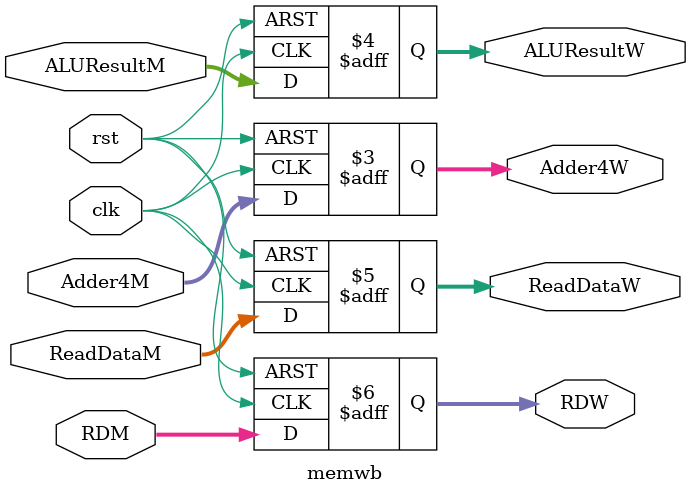
<source format=v>
module memwb (
    input  wire        clk,
    input  wire        rst,
    input  wire [31:0] Adder4M,
    input  wire [31:0] ALUResultM,
    input  wire [31:0] ReadDataM,
    input  wire [4:0]  RDM,
    output reg  [31:0] Adder4W,
    output reg  [31:0] ALUResultW,
    output reg  [31:0] ReadDataW,
    output reg  [4:0]  RDW
);

always @(posedge clk or negedge rst) begin
    if (!rst) begin
        Adder4W    <= 32'b0;
        ALUResultW <= 32'b0;
        ReadDataW  <= 32'b0;
        RDW        <= 5'b0;
    end else begin
        Adder4W    <= Adder4M;
        ALUResultW <= ALUResultM;
        ReadDataW  <= ReadDataM;
        RDW        <= RDM;
    end
end

endmodule

</source>
